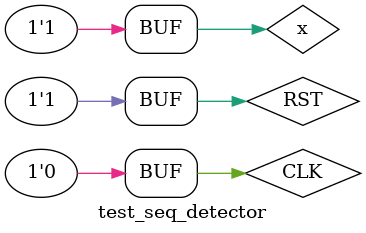
<source format=v>
module sequence_detector(x,CLK,RST,y);
  input x,RST,CLK;
  output y;
  reg y;
  parameter S0 = 2'b00, S1 = 2'b01, S2 = 2'b11;
  reg [1:0] Prstate,Nxtstate;
  always @(posedge CLK or negedge RST)
    if(~RST) Prstate = S0;
    else Prstate = Nxtstate;
  always @ (Prstate or x)     //Determine next state
         case (Prstate)
            S0: if (x) Nxtstate = S1;
                  else Nxtstate = S0;
            S1: if (x) Nxtstate = S1;  
                  else Nxtstate = S2;
            S2: if (x) Nxtstate = S1;
                  else Nxtstate = S2;
         endcase
   always @ (Prstate or x)     //Evaluate output
         case (Prstate)
            S0: y = 0;
            S1: y = 0;
            S2: if (x) y = 1'b1; else y = 1'b0;
         endcase
endmodule

module test_seq_detector;
  reg x,CLK,RST;  //inputs for circuit
  wire y;    //output from circuit
  sequence_detector TC (x,CLK,RST,y);  // instantiate circuit
  initial
     begin
         RST = 0;
         CLK = 0;
      #5 RST = 1; 
         repeat (16)
      #5 CLK = ~CLK;
     end
  initial
     begin
          x = 0;
      #15 x = 1;
          repeat (8)
      #10 x = ~ x;       
     end

endmodule
</source>
